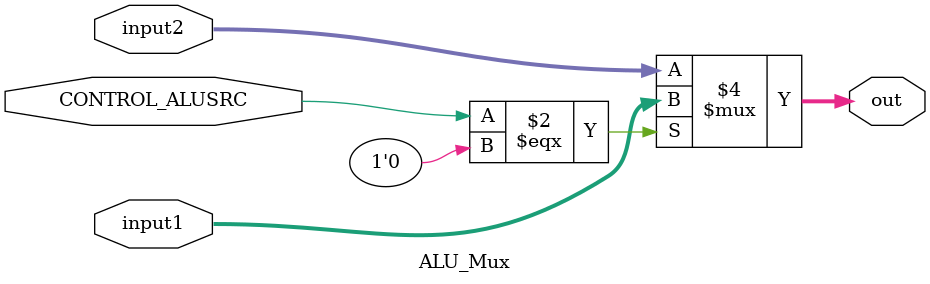
<source format=v>
module ALU_Mux
(
  input [63:0] input1,
  input [63:0] input2,
  input CONTROL_ALUSRC,
  output reg [63:0] out
);
  always @(input1, input2, CONTROL_ALUSRC, out) begin
    if (CONTROL_ALUSRC === 0) begin
      out <= input1;
    end

    else begin
      out <= input2;
    end
  end
endmodule


</source>
